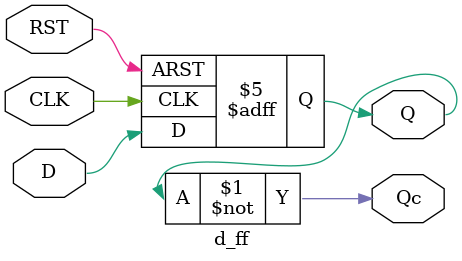
<source format=v>
module lab8_2(LEDR, SW, KEY);
	input [1:0] SW;
	input [0:0] KEY;
	output [9:0] LEDR;
	wire [3:0] state;
	reg [3:0] next_state;
	
	//States reg
	d_ff a(state[0], , next_state[0], SW[0], KEY[0]);
	d_ff b(state[1], , next_state[1], SW[0], KEY[0]);
	d_ff c(state[2], , next_state[2], SW[0], KEY[0]);
	d_ff d(state[3], , next_state[3], SW[0], KEY[0]);


	//describe next state
	always @ (posedge KEY[0]) begin
		case (state)
			4'b0000:	if(~SW[1]) 	next_state <= 4'b0001; 	// A: to B
						else 			next_state <= 4'b0101; 	//	A: to F
			4'b0001:	if(~SW[1])	next_state <= 4'b0010;	// B: to C
						else			next_state <= 4'b0101;	// B: to F
			4'b0010:	if(~SW[1]) 	next_state <= 4'b0011;	// C: to D
						else			next_state <= 4'b0101;	// C: to F
			4'b0011:	if(~SW[1]) 	next_state <= 4'b0100;	// D: to E
						else			next_state <= 4'b0101;	// D: to F
			4'b0100:	if(~SW[1]) 	next_state <= 4'b0100;	// E: to E
						else			next_state <= 4'b0101;	// E: to F
			4'b0101:	if(SW[1]) 	next_state <= 4'b0110;	// F: to G
						else			next_state <= 4'b0001;	// F: to B
			4'b0110:	if(SW[1]) 	next_state <= 4'b0111;	// G: to H
						else			next_state <= 4'b0001;	// G: to B
			4'b0111:	if(SW[1]) 	next_state <= 4'b1000;	// H: to I
						else			next_state <= 4'b0001;	// H: to B
			4'b1000:	if(SW[1]) 	next_state <= 4'b1000;	// I: to I
						else			next_state <= 4'b0001;	// I: to B
			default: next_state <= 4'b0000;
		endcase
	end
	
	assign LEDR[3:0] = state[3:0];
	assign LEDR[9] = (state[3]|state[2])&~state[1]&~state[0];
	
endmodule

module d_ff(Q, Qc, D, RST, CLK);
	input D, RST, CLK;
	output reg Q;
	output Qc;
	
	assign Qc = ~Q;
	
	initial Q <= 0;
	
	always @ (posedge CLK or negedge RST) begin
		if(~RST)
			Q <= 0;
		else
			Q <= D;
	end
endmodule

</source>
